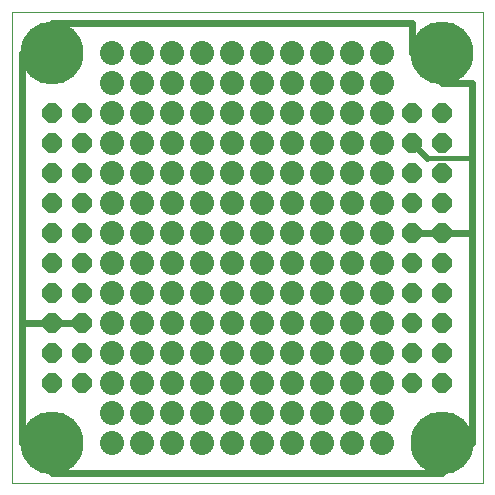
<source format=gbr>
G75*
%MOIN*%
%OFA0B0*%
%FSLAX24Y24*%
%IPPOS*%
%LPD*%
%AMOC8*
5,1,8,0,0,1.08239X$1,22.5*
%
%ADD10C,0.0010*%
%ADD11OC8,0.0640*%
%ADD12C,0.2100*%
%ADD13C,0.0240*%
%ADD14C,0.0160*%
%ADD15C,0.0800*%
D10*
X000160Y000160D02*
X000160Y015860D01*
X015860Y015860D01*
X015860Y000160D01*
X000160Y000160D01*
D11*
X001510Y003510D03*
X002510Y003510D03*
X002510Y004510D03*
X002510Y005510D03*
X002510Y006510D03*
X002510Y007510D03*
X001510Y007510D03*
X001510Y006510D03*
X001510Y005510D03*
X001510Y004510D03*
X001510Y008510D03*
X001510Y009510D03*
X001510Y010510D03*
X001510Y011510D03*
X002510Y011510D03*
X002510Y010510D03*
X002510Y009510D03*
X002510Y008510D03*
X002510Y012510D03*
X001510Y012510D03*
X013510Y012510D03*
X014510Y012510D03*
X014510Y011510D03*
X014510Y010510D03*
X014510Y009510D03*
X014510Y008510D03*
X013510Y008510D03*
X013510Y009510D03*
X013510Y010510D03*
X013510Y011510D03*
X013510Y007510D03*
X013510Y006510D03*
X013510Y005510D03*
X013510Y004510D03*
X014510Y004510D03*
X014510Y005510D03*
X014510Y006510D03*
X014510Y007510D03*
X014510Y003510D03*
X013510Y003510D03*
D12*
X014510Y001510D03*
X014510Y014510D03*
X001510Y014510D03*
X001510Y001510D03*
D13*
X001510Y000510D01*
X014510Y000510D01*
X014510Y001510D01*
X015510Y001510D01*
X015510Y008510D01*
X014510Y008510D01*
X013510Y008510D01*
X015510Y008510D02*
X015510Y011010D01*
X015510Y013510D01*
X014510Y013510D01*
X014510Y014510D01*
X013510Y014510D01*
X013510Y015510D01*
X001510Y015510D01*
X001510Y014510D01*
X000510Y014510D01*
X000510Y005510D01*
X000510Y001510D01*
X001510Y001510D01*
X001510Y005510D02*
X000510Y005510D01*
X001510Y005510D02*
X002510Y005510D01*
X013510Y011510D02*
X014010Y011010D01*
D14*
X015510Y011010D01*
D15*
X012510Y010510D03*
X012510Y009510D03*
X012510Y008510D03*
X012510Y007510D03*
X012510Y006510D03*
X012510Y005510D03*
X012510Y004510D03*
X012510Y003510D03*
X012510Y002510D03*
X012510Y001510D03*
X011510Y001510D03*
X011510Y002510D03*
X011510Y003510D03*
X010510Y003510D03*
X010510Y002510D03*
X010510Y001510D03*
X009510Y001510D03*
X009510Y002510D03*
X009510Y003510D03*
X008510Y003510D03*
X008510Y002510D03*
X008510Y001510D03*
X007510Y001510D03*
X007510Y002510D03*
X007510Y003510D03*
X006510Y003510D03*
X006510Y002510D03*
X006510Y001510D03*
X005510Y001510D03*
X005510Y002510D03*
X005510Y003510D03*
X004510Y003510D03*
X004510Y002510D03*
X004510Y001510D03*
X003510Y001510D03*
X003510Y002510D03*
X003510Y003510D03*
X003510Y004510D03*
X003510Y005510D03*
X003510Y006510D03*
X003510Y007510D03*
X003510Y008510D03*
X003510Y009510D03*
X003510Y010510D03*
X003510Y011510D03*
X003510Y012510D03*
X003510Y013510D03*
X003510Y014510D03*
X004510Y014510D03*
X004510Y013510D03*
X004510Y012510D03*
X005510Y012510D03*
X005510Y013510D03*
X005510Y014510D03*
X006510Y014510D03*
X006510Y013510D03*
X006510Y012510D03*
X007510Y012510D03*
X007510Y013510D03*
X007510Y014510D03*
X008510Y014510D03*
X008510Y013510D03*
X008510Y012510D03*
X009510Y012510D03*
X009510Y013510D03*
X009510Y014510D03*
X010510Y014510D03*
X010510Y013510D03*
X010510Y012510D03*
X011510Y012510D03*
X011510Y013510D03*
X011510Y014510D03*
X012510Y014510D03*
X012510Y013510D03*
X012510Y012510D03*
X012510Y011510D03*
X011510Y011510D03*
X011510Y010510D03*
X011510Y009510D03*
X011510Y008510D03*
X010510Y008510D03*
X010510Y009510D03*
X010510Y010510D03*
X010510Y011510D03*
X009510Y011510D03*
X009510Y010510D03*
X009510Y009510D03*
X009510Y008510D03*
X008510Y008510D03*
X008510Y009510D03*
X008510Y010510D03*
X008510Y011510D03*
X007510Y011510D03*
X007510Y010510D03*
X007510Y009510D03*
X007510Y008510D03*
X006510Y008510D03*
X006510Y009510D03*
X006510Y010510D03*
X006510Y011510D03*
X005510Y011510D03*
X005510Y010510D03*
X005510Y009510D03*
X005510Y008510D03*
X004510Y008510D03*
X004510Y009510D03*
X004510Y010510D03*
X004510Y011510D03*
X004510Y007510D03*
X004510Y006510D03*
X004510Y005510D03*
X004510Y004510D03*
X005510Y004510D03*
X005510Y005510D03*
X005510Y006510D03*
X005510Y007510D03*
X006510Y007510D03*
X006510Y006510D03*
X006510Y005510D03*
X006510Y004510D03*
X007510Y004510D03*
X007510Y005510D03*
X007510Y006510D03*
X007510Y007510D03*
X008510Y007510D03*
X008510Y006510D03*
X008510Y005510D03*
X008510Y004510D03*
X009510Y004510D03*
X009510Y005510D03*
X009510Y006510D03*
X009510Y007510D03*
X010510Y007510D03*
X010510Y006510D03*
X010510Y005510D03*
X010510Y004510D03*
X011510Y004510D03*
X011510Y005510D03*
X011510Y006510D03*
X011510Y007510D03*
M02*

</source>
